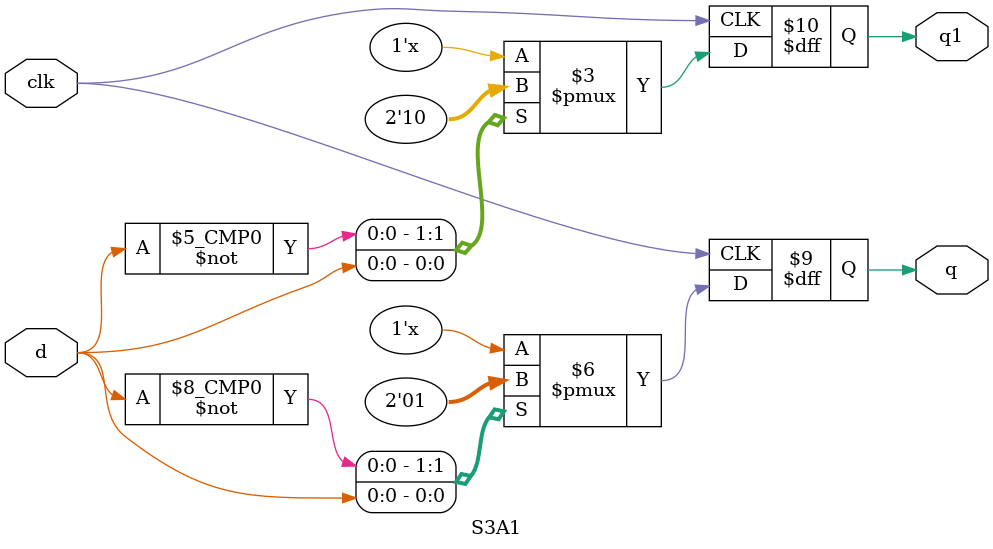
<source format=v>
module S3A1(d,clk,q,q1);
    
input d,clk;
output reg q,q1;

initial 
begin
q=1'b0; 
q1=1'b1; 
end
	 
always @(posedge clk)
begin
case(d)
    {1'b0}: begin q=1'b0; q1=1'b1; end
    {1'b1}: begin q=1'b1; q1=1'b0; end
endcase
end
endmodule
</source>
